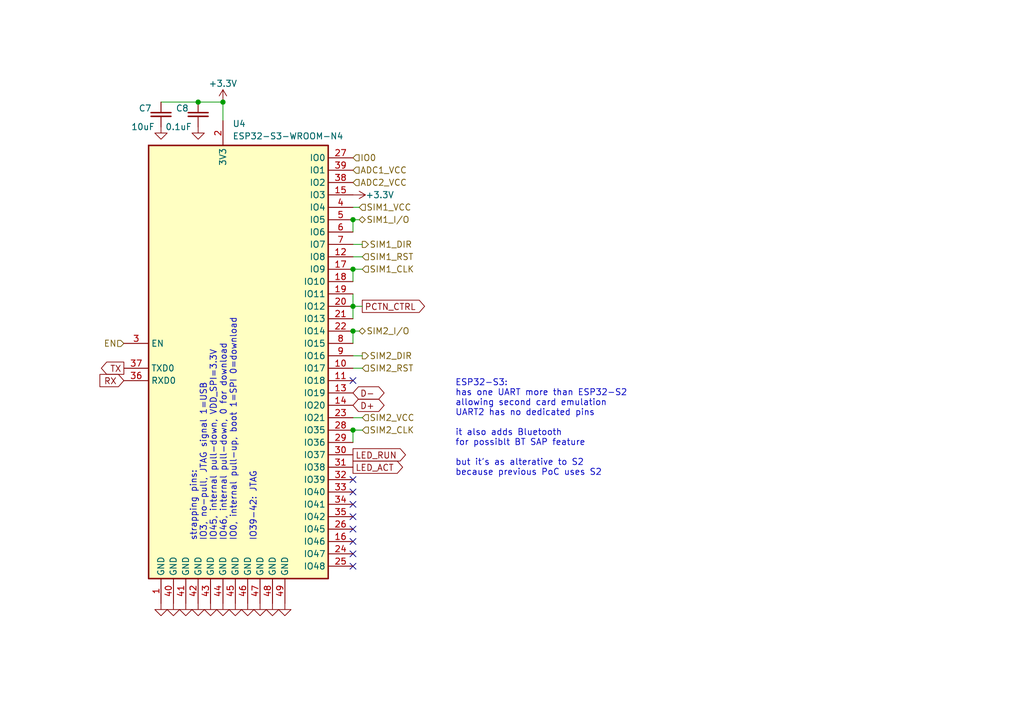
<source format=kicad_sch>
(kicad_sch (version 20230121) (generator eeschema)
  (paper "A5")
  (title_block (title "rSIM") (date "$date$") (rev "$version$.$revision$") (company "CuVoodoo") (comment 1 "King Kévin") (comment 2 "CERN-OHL-S"))
  (lib_symbols
    (symbol "capacitor/C0603 0.1uF 16V_1" (pin_numbers hide) (pin_names hide)
      (property "Reference" "C" (at 0 2.794 0))
      (property "Value" "C0603" (at 0 -2.794 0))
      (symbol "capacitor/C0603 0.1uF 16V_1_1_1"
        (polyline (pts (xy -0.381 2.032) (xy -0.381 -2.032)) (stroke (width 0.305)))
        (polyline (pts (xy 0.381 2.032) (xy 0.381 -2.032)) (stroke (width 0.305)))
        (pin passive line (at -2.54 0 0) (length 2.159) (name "L") (number "1"))
        (pin passive line (at 2.54 0 180) (length 2.159) (name "R") (number "2"))
      )
    )
    (symbol "partdb:MCU/ESP32-S3-WROOM-1-N4"
      (property "Reference" "U" (at 0 0.762 0))
      (property "Value" "ESP32-S3-WROOM-I" (at 28.702 -89.662 0))
      (symbol "MCU/ESP32-S3-WROOM-1-N4_1_1"
        (rectangle (start 0 0) (end 36.83 -88.9) (stroke (width 0.305)) (fill (type background)))
        (pin power_in line (at 2.54 -93.98 90) (length 5.08) (name "GND") (number "1"))
        (pin bidirectional line (at 41.91 -45.72 180) (length 5.08) (name "IO17") (number "10"))
        (pin bidirectional line (at 41.91 -48.26 180) (length 5.08) (name "IO18") (number "11"))
        (pin bidirectional line (at 41.91 -22.86 180) (length 5.08) (name "IO8") (number "12"))
        (pin bidirectional line (at 41.91 -50.8 180) (length 5.08) (name "IO19") (number "13"))
        (pin bidirectional line (at 41.91 -53.34 180) (length 5.08) (name "IO20") (number "14"))
        (pin bidirectional line (at 41.91 -10.16 180) (length 5.08) (name "IO3") (number "15"))
        (pin bidirectional line (at 41.91 -81.28 180) (length 5.08) (name "IO46") (number "16"))
        (pin bidirectional line (at 41.91 -25.4 180) (length 5.08) (name "IO9") (number "17"))
        (pin bidirectional line (at 41.91 -27.94 180) (length 5.08) (name "IO10") (number "18"))
        (pin bidirectional line (at 41.91 -30.48 180) (length 5.08) (name "IO11") (number "19"))
        (pin power_in line (at 15.24 5.08 270) (length 5.08) (name "3V3") (number "2"))
        (pin bidirectional line (at 41.91 -33.02 180) (length 5.08) (name "IO12") (number "20"))
        (pin bidirectional line (at 41.91 -35.56 180) (length 5.08) (name "IO13") (number "21"))
        (pin bidirectional line (at 41.91 -38.1 180) (length 5.08) (name "IO14") (number "22"))
        (pin bidirectional line (at 41.91 -55.88 180) (length 5.08) (name "IO21") (number "23"))
        (pin bidirectional line (at 41.91 -83.82 180) (length 5.08) (name "IO47") (number "24"))
        (pin bidirectional line (at 41.91 -86.36 180) (length 5.08) (name "IO48") (number "25"))
        (pin bidirectional line (at 41.91 -78.74 180) (length 5.08) (name "IO45") (number "26"))
        (pin bidirectional line (at 41.91 -2.54 180) (length 5.08) (name "IO0") (number "27"))
        (pin bidirectional line (at 41.91 -58.42 180) (length 5.08) (name "IO35") (number "28"))
        (pin bidirectional line (at 41.91 -60.96 180) (length 5.08) (name "IO36") (number "29"))
        (pin input line (at -5.08 -40.64 0) (length 5.08) (name "EN") (number "3"))
        (pin bidirectional line (at 41.91 -63.5 180) (length 5.08) (name "IO37") (number "30"))
        (pin bidirectional line (at 41.91 -66.04 180) (length 5.08) (name "IO38") (number "31"))
        (pin bidirectional line (at 41.91 -68.58 180) (length 5.08) (name "IO39") (number "32"))
        (pin bidirectional line (at 41.91 -71.12 180) (length 5.08) (name "IO40") (number "33"))
        (pin bidirectional line (at 41.91 -73.66 180) (length 5.08) (name "IO41") (number "34"))
        (pin bidirectional line (at 41.91 -76.2 180) (length 5.08) (name "IO42") (number "35"))
        (pin bidirectional line (at -5.08 -48.26 0) (length 5.08) (name "RXD0") (number "36"))
        (pin bidirectional line (at -5.08 -45.72 0) (length 5.08) (name "TXD0") (number "37"))
        (pin bidirectional line (at 41.91 -7.62 180) (length 5.08) (name "IO2") (number "38"))
        (pin bidirectional line (at 41.91 -5.08 180) (length 5.08) (name "IO1") (number "39"))
        (pin bidirectional line (at 41.91 -12.7 180) (length 5.08) (name "IO4") (number "4"))
        (pin power_in line (at 5.08 -93.98 90) (length 5.08) (name "GND") (number "40"))
        (pin power_in line (at 7.62 -93.98 90) (length 5.08) (name "GND") (number "41"))
        (pin power_in line (at 10.16 -93.98 90) (length 5.08) (name "GND") (number "42"))
        (pin power_in line (at 12.7 -93.98 90) (length 5.08) (name "GND") (number "43"))
        (pin power_in line (at 15.24 -93.98 90) (length 5.08) (name "GND") (number "44"))
        (pin power_in line (at 17.78 -93.98 90) (length 5.08) (name "GND") (number "45"))
        (pin power_in line (at 20.32 -93.98 90) (length 5.08) (name "GND") (number "46"))
        (pin power_in line (at 22.86 -93.98 90) (length 5.08) (name "GND") (number "47"))
        (pin power_in line (at 25.4 -93.98 90) (length 5.08) (name "GND") (number "48"))
        (pin power_in line (at 27.94 -93.98 90) (length 5.08) (name "GND") (number "49"))
        (pin bidirectional line (at 41.91 -15.24 180) (length 5.08) (name "IO5") (number "5"))
        (pin bidirectional line (at 41.91 -17.78 180) (length 5.08) (name "IO6") (number "6"))
        (pin bidirectional line (at 41.91 -20.32 180) (length 5.08) (name "IO7") (number "7"))
        (pin bidirectional line (at 41.91 -40.64 180) (length 5.08) (name "IO15") (number "8"))
        (pin bidirectional line (at 41.91 -43.18 180) (length 5.08) (name "IO16") (number "9"))
      )
    )
    (symbol "partdb:capacitor/C0603 10uF" (pin_numbers hide) (pin_names hide)
      (property "Reference" "C" (at 0 2.794 0))
      (property "Value" "C0603" (at 0 -2.794 0))
      (symbol "capacitor/C0603 10uF_1_1"
        (polyline (pts (xy -0.381 2.032) (xy -0.381 -2.032)) (stroke (width 0.305)))
        (polyline (pts (xy 0.381 2.032) (xy 0.381 -2.032)) (stroke (width 0.305)))
        (pin passive line (at -2.54 0 0) (length 2.159) (name "L") (number "1"))
        (pin passive line (at 2.54 0 180) (length 2.159) (name "R") (number "2"))
      )
    )
    (symbol "power:+3.3V" (power) (pin_names (offset 0))
      (property "Value" "+3.3V" (at 0 3.556 0))
      (symbol "+3.3V_0_1"
        (polyline (pts (xy -0.762 1.27) (xy 0 2.54)))
        (polyline (pts (xy 0 0) (xy 0 2.54)))
        (polyline (pts (xy 0 2.54) (xy 0.762 1.27)))
      )
      (symbol "+3.3V_1_1"
        (pin power_in line (at 0 0 90) (length 0) hide (name "+3.3V") (number "1"))
      )
    )
    (symbol "power:GND" (power) (pin_names (offset 0))
      (property "Value" "GND" (at 0 -3.81 0))
      (symbol "GND_0_1"
        (polyline (pts (xy 0 0) (xy 0 -1.27) (xy 1.27 -1.27) (xy 0 -2.54) (xy -1.27 -1.27) (xy 0 -1.27)))
      )
      (symbol "GND_1_1"
        (pin power_in line (at 0 0 270) (length 0) hide (name "GND") (number "1"))
      )
    )
  )
  (junction (at 72.39 62.865))
  (junction (at 72.39 67.945))
  (junction (at 72.39 55.245))
  (junction (at 40.64 20.955))
  (junction (at 72.39 45.085))
  (junction (at 72.39 88.265))
  (junction (at 45.72 20.955))
  (no_connect (at 72.39 113.665))
  (no_connect (at 72.39 103.505))
  (no_connect (at 72.39 111.125))
  (no_connect (at 72.39 116.205))
  (no_connect (at 72.39 100.965))
  (no_connect (at 72.39 78.105))
  (no_connect (at 72.39 108.585))
  (no_connect (at 72.39 98.425))
  (no_connect (at 72.39 106.045))
  (wire (pts (xy 72.39 88.265) (xy 72.39 90.805)))
  (wire (pts (xy 73.66 45.085) (xy 72.39 45.085)))
  (wire (pts (xy 72.39 45.085) (xy 72.39 47.625)))
  (wire (pts (xy 74.295 75.565) (xy 72.39 75.565)))
  (wire (pts (xy 72.39 62.865) (xy 74.295 62.865)))
  (wire (pts (xy 33.02 20.955) (xy 40.64 20.955)))
  (wire (pts (xy 45.72 24.765) (xy 45.72 20.955)))
  (wire (pts (xy 74.295 88.265) (xy 72.39 88.265)))
  (wire (pts (xy 72.39 60.325) (xy 72.39 62.865)))
  (wire (pts (xy 45.72 20.955) (xy 40.64 20.955)))
  (wire (pts (xy 72.39 67.945) (xy 72.39 70.485)))
  (wire (pts (xy 74.295 55.245) (xy 72.39 55.245)))
  (wire (pts (xy 72.39 62.865) (xy 72.39 65.405)))
  (wire (pts (xy 74.295 85.725) (xy 72.39 85.725)))
  (wire (pts (xy 73.66 42.545) (xy 72.39 42.545)))
  (wire (pts (xy 74.295 52.705) (xy 72.39 52.705)))
  (wire (pts (xy 72.39 55.245) (xy 72.39 57.785)))
  (wire (pts (xy 74.295 73.025) (xy 72.39 73.025)))
  (wire (pts (xy 74.295 50.165) (xy 72.39 50.165)))
  (wire (pts (xy 73.66 67.945) (xy 72.39 67.945)))
  (text "ESP32-S3:\nhas one UART more than ESP32-S2\nallowing second card emulation\nUART2 has no dedicated pins\n\nit also adds Bluetooth\nfor possiblt BT SAP feature\n\nbut it's as alterative to S2\nbecause previous PoC uses S2" (at 93.345 97.79 0) (effects (font (size 1.27 1.27)) (justify left bottom)))
  (text "strapping pins:\nIO3, no-pull, JTAG signal 1=USB\nIO45, internal pull-down, VDD_SPI=3.3V\nIO46, internal pull-down, 0 for download\nIO0, internal pull-up, boot 1=SPI 0=download\n\nIO39-42: JTAG" (at 52.705 111.125 90) (effects (font (size 1.27 1.27)) (justify left bottom)))
  (global_label "LED_ACT" (shape output) (at 72.39 95.885 0) (property "Intersheetrefs" "${INTERSHEET_REFS}" (effects hide)))
  (global_label "D+" (shape bidirectional) (at 72.39 83.185 0) (property "Intersheetrefs" "${INTERSHEET_REFS}" (effects hide)))
  (global_label "LED_RUN" (shape output) (at 72.39 93.345 0) (property "Intersheetrefs" "${INTERSHEET_REFS}" (effects hide)))
  (global_label "TX" (shape output) (at 25.4 75.565 180) (property "Intersheetrefs" "${INTERSHEET_REFS}" (effects hide)))
  (global_label "RX" (shape input) (at 25.4 78.105 180) (property "Intersheetrefs" "${INTERSHEET_REFS}" (effects hide)))
  (global_label "D-" (shape bidirectional) (at 72.39 80.645 0) (property "Intersheetrefs" "${INTERSHEET_REFS}" (effects hide)))
  (global_label "PCTN_CTRL" (shape output) (at 74.295 62.865 0) (property "Intersheetrefs" "${INTERSHEET_REFS}" (effects hide)))
  (hierarchical_label "SIM1_RST" (shape input) (at 74.295 52.705 0))
  (hierarchical_label "SIM2_RST" (shape input) (at 74.295 75.565 0))
  (hierarchical_label "IO0" (shape input) (at 72.39 32.385 0))
  (hierarchical_label "SIM2_DIR" (shape output) (at 74.295 73.025 0))
  (hierarchical_label "SIM2_I{slash}O" (shape bidirectional) (at 73.66 67.945 0))
  (hierarchical_label "SIM1_I{slash}O" (shape bidirectional) (at 73.66 45.085 0))
  (hierarchical_label "SIM1_CLK" (shape input) (at 74.295 55.245 0))
  (hierarchical_label "EN" (shape input) (at 25.4 70.485 180))
  (hierarchical_label "SIM1_DIR" (shape output) (at 74.295 50.165 0))
  (hierarchical_label "SIM1_VCC" (shape input) (at 73.66 42.545 0))
  (hierarchical_label "SIM2_CLK" (shape input) (at 74.295 88.265 0))
  (hierarchical_label "ADC2_VCC" (shape input) (at 72.39 37.465 0))
  (hierarchical_label "SIM2_VCC" (shape input) (at 74.295 85.725 0))
  (hierarchical_label "ADC1_VCC" (shape input) (at 72.39 34.925 0))
  (symbol (lib_id "power:GND") (at 40.64 26.035 0) (unit 1)
    (property "Reference" "#PWR057" (effects hide))
    (property "Value" "GND" (effects hide))
    (instances (project "rsim" (path "" (reference "#PWR057") (unit 1)) (path "" (reference "#PWR059") (unit 1))))
  )
  (symbol (lib_id "power:GND") (at 58.42 123.825 0) (mirror y) (unit 1)
    (property "Reference" "#PWR070" (effects hide))
    (property "Value" "GND" (effects hide))
    (instances (project "rsim" (path "" (reference "#PWR070") (unit 1)) (path "" (reference "#PWR068") (unit 1))))
  )
  (symbol (lib_id "power:GND") (at 45.72 123.825 0) (mirror y) (unit 1)
    (property "Reference" "#PWR065" (effects hide))
    (property "Value" "GND" (effects hide))
    (instances (project "rsim" (path "" (reference "#PWR065") (unit 1)) (path "" (reference "#PWR063") (unit 1))))
  )
  (symbol (lib_id "power:GND") (at 48.26 123.825 0) (mirror y) (unit 1)
    (property "Reference" "#PWR066" (effects hide))
    (property "Value" "GND" (effects hide))
    (instances (project "rsim" (path "" (reference "#PWR066") (unit 1)) (path "" (reference "#PWR064") (unit 1))))
  )
  (symbol (lib_id "power:GND") (at 35.56 123.825 0) (mirror y) (unit 1)
    (property "Reference" "#PWR061" (effects hide))
    (property "Value" "GND" (effects hide))
    (instances (project "rsim" (path "" (reference "#PWR061") (unit 1)) (path "" (reference "#PWR057") (unit 1))))
  )
  (symbol (lib_id "power:GND") (at 38.1 123.825 0) (mirror y) (unit 1)
    (property "Reference" "#PWR062" (effects hide))
    (property "Value" "GND" (effects hide))
    (instances (project "rsim" (path "" (reference "#PWR062") (unit 1)) (path "" (reference "#PWR058") (unit 1))))
  )
  (symbol (lib_id "power:GND") (at 50.8 123.825 0) (mirror y) (unit 1)
    (property "Reference" "#PWR067" (effects hide))
    (property "Value" "GND" (effects hide))
    (instances (project "rsim" (path "" (reference "#PWR067") (unit 1)) (path "" (reference "#PWR065") (unit 1))))
  )
  (symbol (lib_id "power:+3.3V") (at 45.72 20.955 0) (unit 1)
    (property "Reference" "#PWR058" (effects hide))
    (property "Value" "+3.3V" (at 45.72 17.145 0))
    (instances (project "rsim" (path "" (reference "#PWR058") (unit 1)) (path "" (reference "#PWR062") (unit 1))))
  )
  (symbol (lib_id "power:GND") (at 55.88 123.825 0) (mirror y) (unit 1)
    (property "Reference" "#PWR069" (effects hide))
    (property "Value" "GND" (effects hide))
    (instances (project "rsim" (path "" (reference "#PWR069") (unit 1)) (path "" (reference "#PWR067") (unit 1))))
  )
  (symbol (lib_id "power:GND") (at 33.02 26.035 0) (unit 1)
    (property "Reference" "#PWR056" (effects hide))
    (property "Value" "GND" (effects hide))
    (instances (project "rsim" (path "" (reference "#PWR056") (unit 1)) (path "" (reference "#PWR055") (unit 1))))
  )
  (symbol (lib_id "power:GND") (at 33.02 123.825 0) (mirror y) (unit 1)
    (property "Reference" "#PWR060" (effects hide))
    (property "Value" "GND" (effects hide))
    (instances (project "rsim" (path "" (reference "#PWR060") (unit 1)) (path "" (reference "#PWR056") (unit 1))))
  )
  (symbol (lib_id "power:+3.3V") (at 72.39 40.005 270) (unit 1)
    (property "Reference" "#PWR071" (effects hide))
    (property "Value" "+3.3V" (at 74.93 40.005 90) (effects (justify left)))
    (instances (project "rsim" (path "" (reference "#PWR071") (unit 1)) (path "" (reference "#PWR069") (unit 1))))
  )
  (symbol (lib_id "power:GND") (at 40.64 123.825 0) (mirror y) (unit 1)
    (property "Reference" "#PWR063" (effects hide))
    (property "Value" "GND" (effects hide))
    (instances (project "rsim" (path "" (reference "#PWR063") (unit 1)) (path "" (reference "#PWR060") (unit 1))))
  )
  (symbol (lib_id "power:GND") (at 53.34 123.825 0) (mirror y) (unit 1)
    (property "Reference" "#PWR068" (effects hide))
    (property "Value" "GND" (effects hide))
    (instances (project "rsim" (path "" (reference "#PWR068") (unit 1)) (path "" (reference "#PWR066") (unit 1))))
  )
  (symbol (lib_id "partdb:MCU/ESP32-S3-WROOM-1-N4") (at 30.48 29.845 0) (unit 1)
    (property "Reference" "U4" (at 47.6759 25.4 0) (effects (justify left)))
    (property "Value" "ESP32-S3-WROOM-N4" (at 47.6759 27.94 0) (effects (justify left)))
    (property "Footprint" "qeda:MCU_ESP32-S3-WROOM-I" (effects hide))
    (property "Datasheet" "https://www.espressif.com/sites/default/files/documentation/esp32-s3-wroom-1_wroom-1u_datasheet_en.pdf" (effects hide))
    (property "qeda_part" "mcu/espressif_esp32-s3-wroom-1" (effects hide))
    (property "Description" "ESP32-S3 module, PCB antenna, 4MB flash" (effects hide))
    (property "LCSC" "C2913197" (effects hide))
  )
  (symbol (lib_id "power:GND") (at 43.18 123.825 0) (mirror y) (unit 1)
    (property "Reference" "#PWR064" (effects hide))
    (property "Value" "GND" (effects hide))
    (instances (project "rsim" (path "" (reference "#PWR064") (unit 1)) (path "" (reference "#PWR061") (unit 1))))
  )
  (symbol (lib_name "capacitor/C0603 0.1uF 16V_1") (lib_id "partdb:capacitor/C0603 0.1uF 16V") (at 40.64 23.495 90) (unit 1)
    (property "Reference" "C8" (at 38.735 22.225 90) (effects (justify left)))
    (property "Value" "0.1uF" (at 39.37 26.035 90) (effects (justify left)))
    (property "Footprint" "qeda:CAPC1608X92N" (effects hide))
    (property "Datasheet" "Chip capacitor 1.6x0.8 mm" (effects hide))
    (property "qeda_part" "capacitor/c0603" (effects hide))
    (property "JLCPCB_CORRECTION" "0;0;-90" (effects hide))
    (property "Description" "100nF ±20% 16V X7R" (effects hide))
    (property "DigiKey" "311-1335-1-ND" (effects hide))
    (instances (project "rsim" (path "" (reference "C8") (unit 1)) (path "" (reference "C11") (unit 1))))
  )
  (symbol (lib_id "partdb:capacitor/C0603 10uF") (at 33.02 23.495 90) (unit 1)
    (property "Reference" "C7" (at 31.115 22.225 90) (effects (justify left)))
    (property "Value" "10uF" (at 31.75 26.035 90) (effects (justify left)))
    (property "Footprint" "qeda:CAPC1608X92N" (effects hide))
    (property "Datasheet" "Chip capacitor 1.6x0.8 mm" (effects hide))
    (property "qeda_part" "capacitor/c0603" (effects hide))
    (property "JLCPCB_CORRECTION" "0;0;-90" (effects hide))
    (property "Description" "10V X5R 20%" (effects hide))
    (property "LCSC" "C85713" (effects hide))
    (property "JLCPCB" "C19702" (effects hide))
    (instances (project "rsim" (path "" (reference "C7") (unit 1)) (path "" (reference "C10") (unit 1))))
  )
)
</source>
